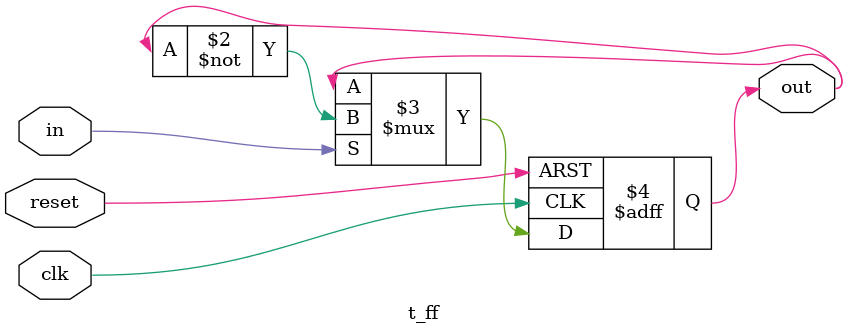
<source format=v>


// For mod 16 we need log 16 (base2) = 4 output bits

module counter_16(output reg [3:0] out,
                  input clk, reset);

wire clear = &out;

always @(negedge clk or posedge reset)
begin
    if (reset | clear)
    out <= 4'b0000;
    else
    out <= out + 1'b1;
end
endmodule



module counter_16_ff(output [3:0] out,
                     input clk, reset);

t_ff f0(out[0],1'b1,clk,reset);
t_ff f1(out[1],1'b1,out[0],reset);
t_ff f2(out[2],1'b1,out[1],reset);
t_ff f3(out[3],1'b1,out[2],reset);

endmodule

module t_ff(output reg out,
            input in, clk, reset);

always @ (negedge clk or posedge reset)
begin
    if (reset)
    out <= 1'b0;
    else
    out <= in ? (~out) : (out);
end
endmodule
</source>
